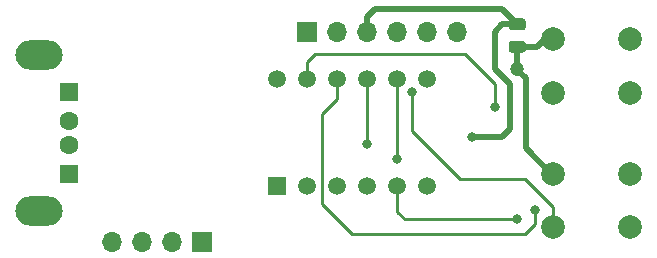
<source format=gtl>
%TF.GenerationSoftware,KiCad,Pcbnew,(5.1.12)-1*%
%TF.CreationDate,2023-03-04T08:28:37+01:00*%
%TF.ProjectId,Front_USB,46726f6e-745f-4555-9342-2e6b69636164,rev?*%
%TF.SameCoordinates,PX548a170PY45a45e8*%
%TF.FileFunction,Copper,L1,Top*%
%TF.FilePolarity,Positive*%
%FSLAX46Y46*%
G04 Gerber Fmt 4.6, Leading zero omitted, Abs format (unit mm)*
G04 Created by KiCad (PCBNEW (5.1.12)-1) date 2023-03-04 08:28:37*
%MOMM*%
%LPD*%
G01*
G04 APERTURE LIST*
%TA.AperFunction,ComponentPad*%
%ADD10O,4.000000X2.500000*%
%TD*%
%TA.AperFunction,ComponentPad*%
%ADD11R,1.600000X1.600000*%
%TD*%
%TA.AperFunction,ComponentPad*%
%ADD12C,1.600000*%
%TD*%
%TA.AperFunction,ComponentPad*%
%ADD13C,1.500000*%
%TD*%
%TA.AperFunction,ComponentPad*%
%ADD14R,1.500000X1.500000*%
%TD*%
%TA.AperFunction,ComponentPad*%
%ADD15O,1.700000X1.700000*%
%TD*%
%TA.AperFunction,ComponentPad*%
%ADD16R,1.700000X1.700000*%
%TD*%
%TA.AperFunction,ComponentPad*%
%ADD17C,2.000000*%
%TD*%
%TA.AperFunction,ViaPad*%
%ADD18C,0.800000*%
%TD*%
%TA.AperFunction,ViaPad*%
%ADD19C,1.200000*%
%TD*%
%TA.AperFunction,Conductor*%
%ADD20C,0.250000*%
%TD*%
%TA.AperFunction,Conductor*%
%ADD21C,0.500000*%
%TD*%
G04 APERTURE END LIST*
D10*
%TO.P,J1,5*%
%TO.N,GND1*%
X4231000Y17690000D03*
X4231000Y4550000D03*
D11*
%TO.P,J1,1*%
%TO.N,Net-(J1-Pad1)*%
X6731000Y14620000D03*
D12*
%TO.P,J1,2*%
%TO.N,Net-(J1-Pad2)*%
X6731000Y12120000D03*
%TO.P,J1,3*%
%TO.N,Net-(J1-Pad3)*%
X6731000Y10120000D03*
D11*
%TO.P,J1,4*%
%TO.N,GND1*%
X6731000Y7620000D03*
%TD*%
D13*
%TO.P,DISP1,12*%
%TO.N,/CA1*%
X24384000Y15684500D03*
%TO.P,DISP1,11*%
%TO.N,Net-(DISP1-Pad11)*%
X26924000Y15684500D03*
%TO.P,DISP1,10*%
%TO.N,Net-(DISP1-Pad10)*%
X29464000Y15684500D03*
%TO.P,DISP1,9*%
%TO.N,/CA2*%
X32004000Y15684500D03*
%TO.P,DISP1,8*%
%TO.N,/CA3*%
X34544000Y15684500D03*
%TO.P,DISP1,7*%
%TO.N,Net-(DISP1-Pad7)*%
X37084000Y15684500D03*
%TO.P,DISP1,6*%
%TO.N,N/C*%
X37084000Y6667500D03*
%TO.P,DISP1,5*%
%TO.N,Net-(DISP1-Pad5)*%
X34544000Y6667500D03*
%TO.P,DISP1,4*%
%TO.N,Net-(DISP1-Pad4)*%
X32004000Y6667500D03*
%TO.P,DISP1,3*%
%TO.N,N/C*%
X29464000Y6667500D03*
%TO.P,DISP1,2*%
%TO.N,Net-(DISP1-Pad2)*%
X26924000Y6667500D03*
D14*
%TO.P,DISP1,1*%
%TO.N,Net-(DISP1-Pad1)*%
X24384000Y6667500D03*
%TD*%
D15*
%TO.P,J3,6*%
%TO.N,Net-(J3-Pad6)*%
X39624000Y19685000D03*
%TO.P,J3,5*%
%TO.N,Net-(J3-Pad5)*%
X37084000Y19685000D03*
%TO.P,J3,4*%
%TO.N,GND*%
X34544000Y19685000D03*
%TO.P,J3,3*%
%TO.N,VCC*%
X32004000Y19685000D03*
%TO.P,J3,2*%
%TO.N,Net-(J3-Pad2)*%
X29464000Y19685000D03*
D16*
%TO.P,J3,1*%
%TO.N,Net-(J3-Pad1)*%
X26924000Y19685000D03*
%TD*%
D15*
%TO.P,J2,4*%
%TO.N,GND1*%
X10414000Y1905000D03*
%TO.P,J2,3*%
%TO.N,Net-(J1-Pad3)*%
X12954000Y1905000D03*
%TO.P,J2,2*%
%TO.N,Net-(J1-Pad2)*%
X15494000Y1905000D03*
D16*
%TO.P,J2,1*%
%TO.N,Net-(J1-Pad1)*%
X18034000Y1905000D03*
%TD*%
%TO.P,C1,1*%
%TO.N,VCC*%
%TA.AperFunction,SMDPad,CuDef*%
G36*
G01*
X44229000Y20815000D02*
X45179000Y20815000D01*
G75*
G02*
X45429000Y20565000I0J-250000D01*
G01*
X45429000Y20065000D01*
G75*
G02*
X45179000Y19815000I-250000J0D01*
G01*
X44229000Y19815000D01*
G75*
G02*
X43979000Y20065000I0J250000D01*
G01*
X43979000Y20565000D01*
G75*
G02*
X44229000Y20815000I250000J0D01*
G01*
G37*
%TD.AperFunction*%
%TO.P,C1,2*%
%TO.N,GND*%
%TA.AperFunction,SMDPad,CuDef*%
G36*
G01*
X44229000Y18915000D02*
X45179000Y18915000D01*
G75*
G02*
X45429000Y18665000I0J-250000D01*
G01*
X45429000Y18165000D01*
G75*
G02*
X45179000Y17915000I-250000J0D01*
G01*
X44229000Y17915000D01*
G75*
G02*
X43979000Y18165000I0J250000D01*
G01*
X43979000Y18665000D01*
G75*
G02*
X44229000Y18915000I250000J0D01*
G01*
G37*
%TD.AperFunction*%
%TD*%
D17*
%TO.P,SW2,1*%
%TO.N,Net-(J3-Pad5)*%
X47729000Y3175000D03*
%TO.P,SW2,2*%
%TO.N,GND*%
X47729000Y7675000D03*
%TO.P,SW2,1*%
%TO.N,Net-(J3-Pad5)*%
X54229000Y3175000D03*
%TO.P,SW2,2*%
%TO.N,GND*%
X54229000Y7675000D03*
%TD*%
%TO.P,SW1,1*%
%TO.N,Net-(J3-Pad6)*%
X47729000Y14541500D03*
%TO.P,SW1,2*%
%TO.N,GND*%
X47729000Y19041500D03*
%TO.P,SW1,1*%
%TO.N,Net-(J3-Pad6)*%
X54229000Y14541500D03*
%TO.P,SW1,2*%
%TO.N,GND*%
X54229000Y19041500D03*
%TD*%
D18*
%TO.N,/CA2*%
X32004000Y10160000D03*
%TO.N,/CA3*%
X34544000Y8890000D03*
D19*
%TO.N,GND*%
X44704000Y16510000D03*
D18*
%TO.N,VCC*%
X40894000Y10795000D03*
%TO.N,Net-(J3-Pad5)*%
X35814000Y14605000D03*
%TO.N,Net-(DISP1-Pad11)*%
X42799000Y13335000D03*
%TO.N,Net-(DISP1-Pad10)*%
X46228000Y4572000D03*
%TO.N,Net-(DISP1-Pad5)*%
X44704000Y3810000D03*
%TD*%
D20*
%TO.N,/CA2*%
X32004000Y16002000D02*
X32004000Y10160000D01*
%TO.N,/CA3*%
X34544000Y16002000D02*
X34544000Y8890000D01*
D21*
%TO.N,GND*%
X44704000Y18415000D02*
X44704000Y16510000D01*
X46404000Y18415000D02*
X47729000Y19740000D01*
X44704000Y18415000D02*
X46404000Y18415000D01*
X47729000Y19740000D02*
X47729000Y18946000D01*
X47570000Y7675000D02*
X47729000Y7675000D01*
X45402500Y9842500D02*
X47570000Y7675000D01*
X45402500Y15748000D02*
X45402500Y9842500D01*
X44704000Y16446500D02*
X45402500Y15748000D01*
X44704000Y16510000D02*
X44704000Y16446500D01*
%TO.N,VCC*%
X32004000Y19685000D02*
X32004000Y20955000D01*
X32004000Y20955000D02*
X32639000Y21590000D01*
X43429000Y21590000D02*
X44704000Y20315000D01*
X32639000Y21590000D02*
X43429000Y21590000D01*
X44704000Y20315000D02*
X43429000Y20315000D01*
X43429000Y20315000D02*
X42799000Y19685000D01*
X42799000Y19685000D02*
X42799000Y16510000D01*
X42799000Y16510000D02*
X44069000Y15240000D01*
X44069000Y15240000D02*
X44069000Y11430000D01*
X43434000Y10795000D02*
X40894000Y10795000D01*
X44069000Y11430000D02*
X43434000Y10795000D01*
D20*
%TO.N,Net-(J3-Pad5)*%
X47729000Y4849000D02*
X47729000Y3175000D01*
X45339000Y7239000D02*
X47729000Y4849000D01*
X39878000Y7239000D02*
X45339000Y7239000D01*
X35814000Y11303000D02*
X39878000Y7239000D01*
X35814000Y14605000D02*
X35814000Y11303000D01*
%TO.N,Net-(DISP1-Pad11)*%
X26924000Y16002000D02*
X26924000Y17145000D01*
X26924000Y17145000D02*
X27559000Y17780000D01*
X27559000Y17780000D02*
X40259000Y17780000D01*
X42799000Y15240000D02*
X42799000Y13335000D01*
X40259000Y17780000D02*
X42799000Y15240000D01*
%TO.N,Net-(DISP1-Pad10)*%
X29464000Y13970000D02*
X29464000Y16002000D01*
X28194000Y12700000D02*
X29464000Y13970000D01*
X28194000Y5080000D02*
X28194000Y12700000D01*
X30734000Y2540000D02*
X28194000Y5080000D01*
X45339000Y2540000D02*
X30734000Y2540000D01*
X46228000Y3429000D02*
X45339000Y2540000D01*
X46228000Y4572000D02*
X46228000Y3429000D01*
%TO.N,Net-(DISP1-Pad5)*%
X34544000Y6985000D02*
X34544000Y4445000D01*
X35179000Y3810000D02*
X44704000Y3810000D01*
X34544000Y4445000D02*
X35179000Y3810000D01*
%TD*%
M02*

</source>
